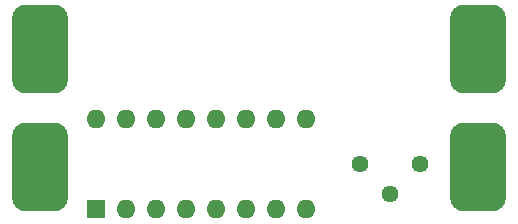
<source format=gbr>
%TF.GenerationSoftware,KiCad,Pcbnew,(6.0.11)*%
%TF.CreationDate,2024-01-05T00:58:30+00:00*%
%TF.ProjectId,Econet_ID_Extender_External,45636f6e-6574-45f4-9944-5f457874656e,rev?*%
%TF.SameCoordinates,Original*%
%TF.FileFunction,Copper,L1,Top*%
%TF.FilePolarity,Positive*%
%FSLAX46Y46*%
G04 Gerber Fmt 4.6, Leading zero omitted, Abs format (unit mm)*
G04 Created by KiCad (PCBNEW (6.0.11)) date 2024-01-05 00:58:30*
%MOMM*%
%LPD*%
G01*
G04 APERTURE LIST*
G04 Aperture macros list*
%AMRoundRect*
0 Rectangle with rounded corners*
0 $1 Rounding radius*
0 $2 $3 $4 $5 $6 $7 $8 $9 X,Y pos of 4 corners*
0 Add a 4 corners polygon primitive as box body*
4,1,4,$2,$3,$4,$5,$6,$7,$8,$9,$2,$3,0*
0 Add four circle primitives for the rounded corners*
1,1,$1+$1,$2,$3*
1,1,$1+$1,$4,$5*
1,1,$1+$1,$6,$7*
1,1,$1+$1,$8,$9*
0 Add four rect primitives between the rounded corners*
20,1,$1+$1,$2,$3,$4,$5,0*
20,1,$1+$1,$4,$5,$6,$7,0*
20,1,$1+$1,$6,$7,$8,$9,0*
20,1,$1+$1,$8,$9,$2,$3,0*%
G04 Aperture macros list end*
%TA.AperFunction,ComponentPad*%
%ADD10RoundRect,1.190500X-1.190500X-2.559500X1.190500X-2.559500X1.190500X2.559500X-1.190500X2.559500X0*%
%TD*%
%TA.AperFunction,ComponentPad*%
%ADD11C,1.440000*%
%TD*%
%TA.AperFunction,ComponentPad*%
%ADD12R,1.600000X1.600000*%
%TD*%
%TA.AperFunction,ComponentPad*%
%ADD13O,1.600000X1.600000*%
%TD*%
G04 APERTURE END LIST*
D10*
%TO.P,,*%
%TO.N,*%
X166767889Y-101530000D03*
%TD*%
%TO.P,,*%
%TO.N,*%
X129757889Y-101530000D03*
%TD*%
D11*
%TO.P,RV1,1,1*%
%TO.N,/E_AUD1*%
X156812496Y-101280782D03*
%TO.P,RV1,2,2*%
%TO.N,/E_AUD2*%
X159352496Y-103820782D03*
%TO.P,RV1,3,3*%
%TO.N,/E_AUD3*%
X161892496Y-101280782D03*
%TD*%
D12*
%TO.P,SW1,1*%
%TO.N,/E_GND*%
X134447496Y-105065782D03*
D13*
%TO.P,SW1,2*%
X136987496Y-105065782D03*
%TO.P,SW1,3*%
X139527496Y-105065782D03*
%TO.P,SW1,4*%
X142067496Y-105065782D03*
%TO.P,SW1,5*%
X144607496Y-105065782D03*
%TO.P,SW1,6*%
X147147496Y-105065782D03*
%TO.P,SW1,7*%
X149687496Y-105065782D03*
%TO.P,SW1,8*%
X152227496Y-105065782D03*
%TO.P,SW1,9*%
%TO.N,/E_SID_7*%
X152227496Y-97445782D03*
%TO.P,SW1,10*%
%TO.N,/E_SID_6*%
X149687496Y-97445782D03*
%TO.P,SW1,11*%
%TO.N,/E_SID_5*%
X147147496Y-97445782D03*
%TO.P,SW1,12*%
%TO.N,/E_SID_4*%
X144607496Y-97445782D03*
%TO.P,SW1,13*%
%TO.N,/E_SID_3*%
X142067496Y-97445782D03*
%TO.P,SW1,14*%
%TO.N,/E_SID_2*%
X139527496Y-97445782D03*
%TO.P,SW1,15*%
%TO.N,/E_SID_1*%
X136987496Y-97445782D03*
%TO.P,SW1,16*%
%TO.N,/E_SID_0*%
X134447496Y-97445782D03*
%TD*%
D10*
%TO.P,,*%
%TO.N,*%
X129757889Y-91530000D03*
%TD*%
%TO.P,,*%
%TO.N,*%
X166767889Y-91530000D03*
%TD*%
M02*

</source>
